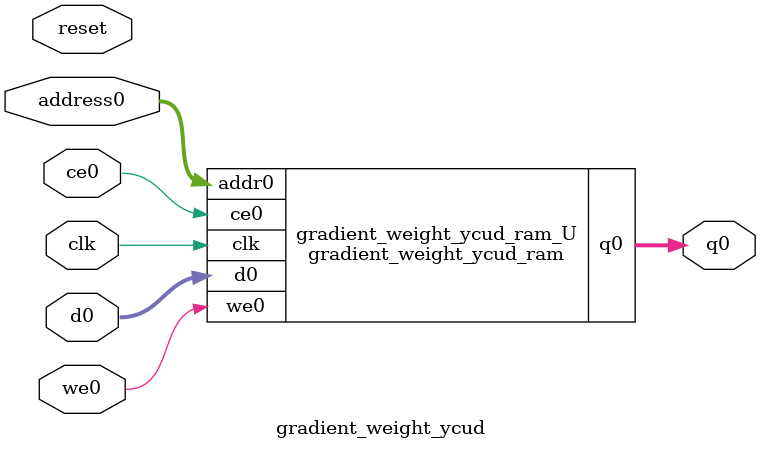
<source format=v>

`timescale 1 ns / 1 ps
module gradient_weight_ycud_ram (addr0, ce0, d0, we0, q0,  clk);

parameter DWIDTH = 32;
parameter AWIDTH = 10;
parameter MEM_SIZE = 1024;

input[AWIDTH-1:0] addr0;
input ce0;
input[DWIDTH-1:0] d0;
input we0;
output reg[DWIDTH-1:0] q0;
input clk;

(* ram_style = "block" *)reg [DWIDTH-1:0] ram[0:MEM_SIZE-1];




always @(posedge clk)  
begin 
    if (ce0) 
    begin
        if (we0) 
        begin 
            ram[addr0] <= d0; 
            q0 <= d0;
        end 
        else 
            q0 <= ram[addr0];
    end
end


endmodule


`timescale 1 ns / 1 ps
module gradient_weight_ycud(
    reset,
    clk,
    address0,
    ce0,
    we0,
    d0,
    q0);

parameter DataWidth = 32'd32;
parameter AddressRange = 32'd1024;
parameter AddressWidth = 32'd10;
input reset;
input clk;
input[AddressWidth - 1:0] address0;
input ce0;
input we0;
input[DataWidth - 1:0] d0;
output[DataWidth - 1:0] q0;



gradient_weight_ycud_ram gradient_weight_ycud_ram_U(
    .clk( clk ),
    .addr0( address0 ),
    .ce0( ce0 ),
    .we0( we0 ),
    .d0( d0 ),
    .q0( q0 ));

endmodule


</source>
